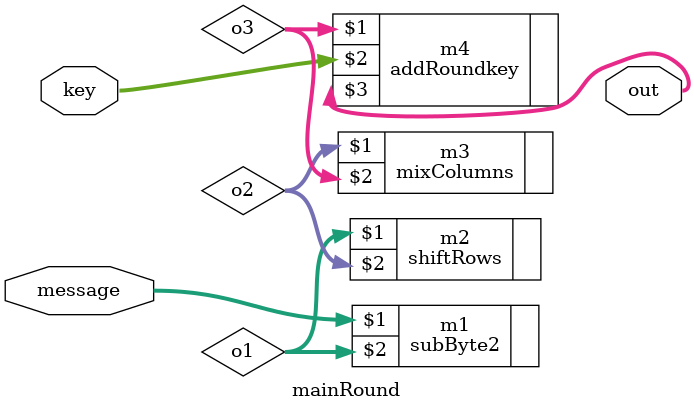
<source format=v>
module mainRound(message,key,out);

input [127:0]message,key;
output [127:0]out;

wire [127:0]o1,o2,o3;

subByte2 m1(message,o1);
shiftRows m2(o1,o2);
mixColumns m3(o2,o3);
addRoundkey m4(o3,key,out);

endmodule


</source>
